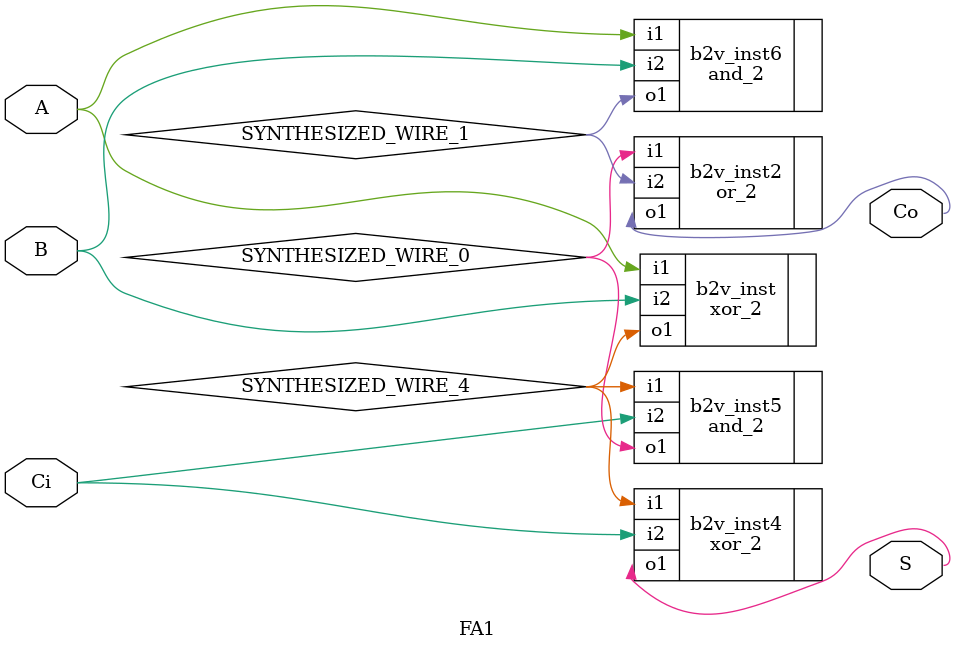
<source format=v>


module FA1(
	A,
	B,
	Ci,
	S,
	Co
);


input wire	A;
input wire	B;
input wire	Ci;
output wire	S;
output wire	Co;

wire	SYNTHESIZED_WIRE_0;
wire	SYNTHESIZED_WIRE_1;
wire	SYNTHESIZED_WIRE_4;





xor_2	b2v_inst(
	.i1(A),
	.i2(B),
	.o1(SYNTHESIZED_WIRE_4));


or_2	b2v_inst2(
	.i1(SYNTHESIZED_WIRE_0),
	.i2(SYNTHESIZED_WIRE_1),
	.o1(Co));


xor_2	b2v_inst4(
	.i1(SYNTHESIZED_WIRE_4),
	.i2(Ci),
	.o1(S));


and_2	b2v_inst5(
	.i1(SYNTHESIZED_WIRE_4),
	.i2(Ci),
	.o1(SYNTHESIZED_WIRE_0));


and_2	b2v_inst6(
	.i1(A),
	.i2(B),
	.o1(SYNTHESIZED_WIRE_1));


endmodule

</source>
